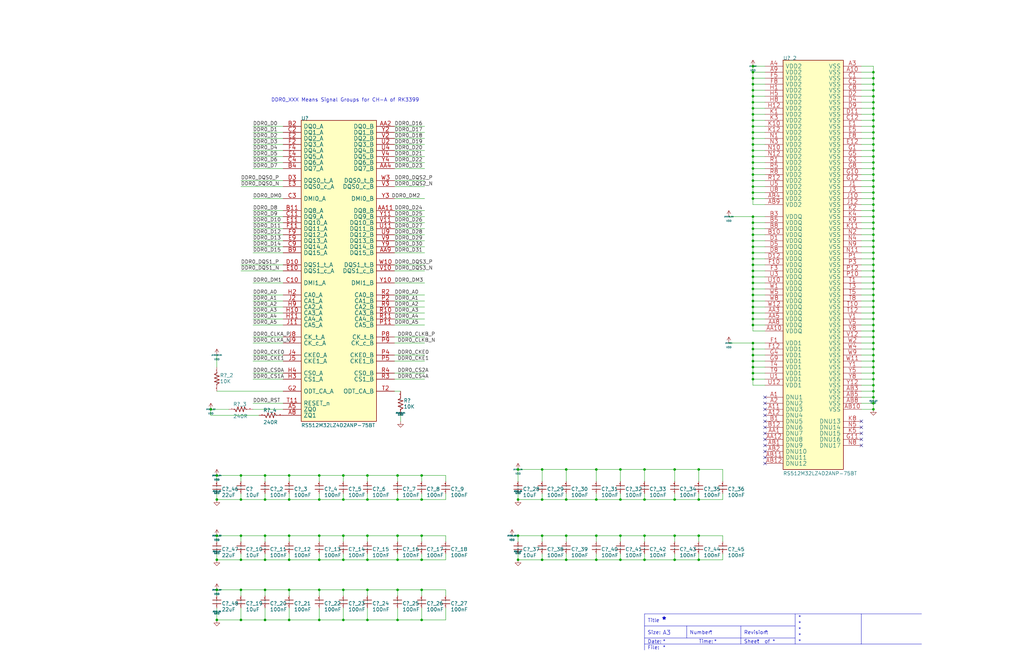
<source format=kicad_sch>
(kicad_sch (version 20230121) (generator eeschema)
  (paper "B")
  (title_block (title "Sheet1-SchDoc") (date "14 03 2023"))
  (junction (at 368.3 53.34))
  (junction (at 317.5 60.96))
  (junction (at 368.3 99.06))
  (junction (at 317.5 104.14))
  (junction (at 368.3 154.94))
  (junction (at 317.5 129.54))
  (junction (at 368.3 165.1))
  (junction (at 284.48 210.82))
  (junction (at 167.64 210.82))
  (junction (at 317.5 81.28))
  (junction (at 317.5 55.88))
  (junction (at 317.5 154.94))
  (junction (at 317.5 137.16))
  (junction (at 317.5 35.56))
  (junction (at 317.5 33.02))
  (junction (at 101.6 210.82))
  (junction (at 101.6 248.92))
  (junction (at 317.5 58.42))
  (junction (at 368.3 88.9))
  (junction (at 271.78 226.06))
  (junction (at 368.3 147.32))
  (junction (at 317.5 71.12))
  (junction (at 121.92 248.92))
  (junction (at 317.5 91.44))
  (junction (at 218.44 198.12))
  (junction (at 368.3 60.96))
  (junction (at 144.78 248.92))
  (junction (at 121.92 226.06))
  (junction (at 167.64 200.66))
  (junction (at 368.3 114.3))
  (junction (at 368.3 170.18))
  (junction (at 317.5 45.72))
  (junction (at 317.5 152.4))
  (junction (at 294.64 236.22))
  (junction (at 144.78 210.82))
  (junction (at 368.3 45.72))
  (junction (at 121.92 210.82))
  (junction (at 261.62 226.06))
  (junction (at 251.46 210.82))
  (junction (at 154.94 226.06))
  (junction (at 317.5 101.6))
  (junction (at 167.64 226.06))
  (junction (at 177.8 261.62))
  (junction (at 368.3 40.64))
  (junction (at 134.62 226.06))
  (junction (at 368.3 78.74))
  (junction (at 317.5 134.62))
  (junction (at 134.62 210.82))
  (junction (at 238.76 198.12))
  (junction (at 368.3 43.18))
  (junction (at 317.5 93.98))
  (junction (at 368.3 30.48))
  (junction (at 238.76 210.82))
  (junction (at 317.5 38.1))
  (junction (at 228.6 236.22))
  (junction (at 368.3 55.88))
  (junction (at 317.5 160.02))
  (junction (at 317.5 119.38))
  (junction (at 368.3 104.14))
  (junction (at 368.3 50.8))
  (junction (at 101.6 226.06))
  (junction (at 101.6 236.22))
  (junction (at 177.8 226.06))
  (junction (at 134.62 248.92))
  (junction (at 317.5 147.32))
  (junction (at 134.62 236.22))
  (junction (at 317.5 27.94))
  (junction (at 317.5 53.34))
  (junction (at 111.76 236.22))
  (junction (at 111.76 210.82))
  (junction (at 88.9 172.72))
  (junction (at 111.76 248.92))
  (junction (at 228.6 198.12))
  (junction (at 368.3 152.4))
  (junction (at 154.94 210.82))
  (junction (at 154.94 248.92))
  (junction (at 121.92 236.22))
  (junction (at 251.46 236.22))
  (junction (at 261.62 210.82))
  (junction (at 368.3 106.68))
  (junction (at 317.5 132.08))
  (junction (at 317.5 66.04))
  (junction (at 144.78 261.62))
  (junction (at 284.48 236.22))
  (junction (at 238.76 236.22))
  (junction (at 101.6 261.62))
  (junction (at 317.5 121.92))
  (junction (at 368.3 109.22))
  (junction (at 317.5 127))
  (junction (at 294.64 210.82))
  (junction (at 167.64 261.62))
  (junction (at 154.94 261.62))
  (junction (at 218.44 236.22))
  (junction (at 368.3 167.64))
  (junction (at 284.48 198.12))
  (junction (at 144.78 236.22))
  (junction (at 317.5 68.58))
  (junction (at 368.3 101.6))
  (junction (at 177.8 236.22))
  (junction (at 317.5 116.84))
  (junction (at 91.44 210.82))
  (junction (at 167.64 248.92))
  (junction (at 368.3 71.12))
  (junction (at 91.44 200.66))
  (junction (at 368.3 93.98))
  (junction (at 121.92 261.62))
  (junction (at 177.8 248.92))
  (junction (at 317.5 124.46))
  (junction (at 317.5 43.18))
  (junction (at 271.78 236.22))
  (junction (at 368.3 83.82))
  (junction (at 271.78 198.12))
  (junction (at 368.3 58.42))
  (junction (at 317.5 106.68))
  (junction (at 167.64 236.22))
  (junction (at 134.62 261.62))
  (junction (at 317.5 50.8))
  (junction (at 317.5 149.86))
  (junction (at 368.3 91.44))
  (junction (at 368.3 119.38))
  (junction (at 368.3 144.78))
  (junction (at 261.62 198.12))
  (junction (at 238.76 226.06))
  (junction (at 111.76 200.66))
  (junction (at 271.78 210.82))
  (junction (at 284.48 226.06))
  (junction (at 144.78 200.66))
  (junction (at 317.5 114.3))
  (junction (at 368.3 134.62))
  (junction (at 317.5 111.76))
  (junction (at 368.3 139.7))
  (junction (at 294.64 226.06))
  (junction (at 177.8 200.66))
  (junction (at 368.3 127))
  (junction (at 317.5 78.74))
  (junction (at 368.3 124.46))
  (junction (at 368.3 35.56))
  (junction (at 368.3 142.24))
  (junction (at 91.44 236.22))
  (junction (at 134.62 200.66))
  (junction (at 368.3 73.66))
  (junction (at 218.44 210.82))
  (junction (at 121.92 200.66))
  (junction (at 317.5 76.2))
  (junction (at 368.3 38.1))
  (junction (at 368.3 149.86))
  (junction (at 368.3 81.28))
  (junction (at 317.5 48.26))
  (junction (at 228.6 210.82))
  (junction (at 177.8 210.82))
  (junction (at 368.3 162.56))
  (junction (at 251.46 226.06))
  (junction (at 261.62 236.22))
  (junction (at 101.6 200.66))
  (junction (at 228.6 226.06))
  (junction (at 317.5 83.82))
  (junction (at 368.3 48.26))
  (junction (at 91.44 248.92))
  (junction (at 368.3 172.72))
  (junction (at 368.3 86.36))
  (junction (at 317.5 40.64))
  (junction (at 368.3 116.84))
  (junction (at 218.44 226.06))
  (junction (at 368.3 33.02))
  (junction (at 317.5 63.5))
  (junction (at 91.44 261.62))
  (junction (at 368.3 121.92))
  (junction (at 294.64 198.12))
  (junction (at 368.3 132.08))
  (junction (at 154.94 236.22))
  (junction (at 317.5 99.06))
  (junction (at 368.3 76.2))
  (junction (at 368.3 111.76))
  (junction (at 368.3 96.52))
  (junction (at 368.3 137.16))
  (junction (at 144.78 226.06))
  (junction (at 368.3 129.54))
  (junction (at 368.3 160.02))
  (junction (at 317.5 30.48))
  (junction (at 368.3 68.58))
  (junction (at 317.5 144.78))
  (junction (at 317.5 109.22))
  (junction (at 251.46 198.12))
  (junction (at 317.5 73.66))
  (junction (at 91.44 226.06))
  (junction (at 154.94 200.66))
  (junction (at 368.3 157.48))
  (junction (at 111.76 261.62))
  (junction (at 111.76 226.06))
  (junction (at 368.3 63.5))
  (junction (at 317.5 96.52))
  (junction (at 368.3 66.04))
  (junction (at 317.5 157.48))
  (no_connect (at 322.58 190.5))
  (no_connect (at 363.22 182.88))
  (no_connect (at 322.58 170.18))
  (no_connect (at 322.58 167.64))
  (no_connect (at 363.22 180.34))
  (no_connect (at 322.58 180.34))
  (no_connect (at 322.58 195.58))
  (no_connect (at 322.58 182.88))
  (no_connect (at 322.58 187.96))
  (no_connect (at 322.58 175.26))
  (no_connect (at 322.58 177.8))
  (no_connect (at 363.22 187.96))
  (no_connect (at 322.58 185.42))
  (no_connect (at 363.22 185.42))
  (no_connect (at 363.22 177.8))
  (no_connect (at 322.58 193.04))
  (no_connect (at 322.58 172.72))
  (wire (pts (xy 368.3 81.28) (xy 368.3 78.74)))
  (wire (pts (xy 91.44 236.22) (xy 91.44 233.68)))
  (wire (pts (xy 304.8 228.6) (xy 304.8 226.06)))
  (wire (pts (xy 166.37 96.52) (xy 179.07 96.52)))
  (wire (pts (xy 304.8 226.06) (xy 294.64 226.06)))
  (wire (pts (xy 322.58 66.04) (xy 317.5 66.04)))
  (wire (pts (xy 251.46 228.6) (xy 251.46 226.06)))
  (wire (pts (xy 106.68 60.96) (xy 119.38 60.96)))
  (wire (pts (xy 101.6 111.76) (xy 119.38 111.76)))
  (wire (pts (xy 363.22 132.08) (xy 368.3 132.08)))
  (wire (pts (xy 368.3 73.66) (xy 368.3 71.12)))
  (wire (pts (xy 271.78 226.06) (xy 261.62 226.06)))
  (wire (pts (xy 363.22 86.36) (xy 368.3 86.36)))
  (wire (pts (xy 111.76 226.06) (xy 101.6 226.06)))
  (wire (pts (xy 187.96 261.62) (xy 177.8 261.62)))
  (wire (pts (xy 322.58 162.56) (xy 317.5 162.56)))
  (wire (pts (xy 363.22 111.76) (xy 368.3 111.76)))
  (wire (pts (xy 166.37 142.24) (xy 179.07 142.24)))
  (wire (pts (xy 317.5 63.5) (xy 317.5 60.96)))
  (wire (pts (xy 106.68 160.02) (xy 119.38 160.02)))
  (wire (pts (xy 106.68 63.5) (xy 119.38 63.5)))
  (wire (pts (xy 294.64 208.28) (xy 294.64 210.82)))
  (wire (pts (xy 111.76 200.66) (xy 101.6 200.66)))
  (wire (pts (xy 368.3 121.92) (xy 368.3 119.38)))
  (wire (pts (xy 144.78 256.54) (xy 144.78 261.62)))
  (wire (pts (xy 251.46 208.28) (xy 251.46 210.82)))
  (wire (pts (xy 101.6 210.82) (xy 91.44 210.82)))
  (wire (pts (xy 106.68 142.24) (xy 119.38 142.24)))
  (wire (pts (xy 368.3 93.98) (xy 368.3 91.44)))
  (wire (pts (xy 167.64 233.68) (xy 167.64 236.22)))
  (wire (pts (xy 322.58 119.38) (xy 317.5 119.38)))
  (wire (pts (xy 106.68 170.18) (xy 119.38 170.18)))
  (wire (pts (xy 177.8 210.82) (xy 167.64 210.82)))
  (wire (pts (xy 154.94 233.68) (xy 154.94 236.22)))
  (wire (pts (xy 322.58 160.02) (xy 317.5 160.02)))
  (wire (pts (xy 238.76 210.82) (xy 228.6 210.82)))
  (wire (pts (xy 368.3 124.46) (xy 368.3 121.92)))
  (wire (pts (xy 368.3 109.22) (xy 368.3 106.68)))
  (wire (pts (xy 238.76 208.28) (xy 238.76 210.82)))
  (polyline (pts (xy 388.62 271.78) (xy 363.22 271.78)))
  (wire (pts (xy 167.64 256.54) (xy 167.64 261.62)))
  (wire (pts (xy 228.6 226.06) (xy 218.44 226.06)))
  (wire (pts (xy 166.37 104.14) (xy 179.07 104.14)))
  (wire (pts (xy 167.64 251.46) (xy 167.64 248.92)))
  (wire (pts (xy 294.64 198.12) (xy 284.48 198.12)))
  (wire (pts (xy 317.5 104.14) (xy 317.5 101.6)))
  (wire (pts (xy 91.44 210.82) (xy 91.44 208.28)))
  (wire (pts (xy 322.58 40.64) (xy 317.5 40.64)))
  (wire (pts (xy 363.22 137.16) (xy 368.3 137.16)))
  (wire (pts (xy 363.22 170.18) (xy 368.3 170.18)))
  (wire (pts (xy 317.5 160.02) (xy 317.5 157.48)))
  (wire (pts (xy 167.64 210.82) (xy 154.94 210.82)))
  (wire (pts (xy 228.6 203.2) (xy 228.6 198.12)))
  (wire (pts (xy 368.3 76.2) (xy 368.3 73.66)))
  (wire (pts (xy 106.68 137.16) (xy 119.38 137.16)))
  (wire (pts (xy 111.76 251.46) (xy 111.76 248.92)))
  (wire (pts (xy 363.22 114.3) (xy 368.3 114.3)))
  (polyline (pts (xy 271.78 271.78) (xy 363.22 271.78)))
  (polyline (pts (xy 335.28 271.78) (xy 335.28 259.08)))
  (wire (pts (xy 154.94 200.66) (xy 144.78 200.66)))
  (wire (pts (xy 317.5 35.56) (xy 317.5 33.02)))
  (wire (pts (xy 166.37 106.68) (xy 179.07 106.68)))
  (wire (pts (xy 317.5 93.98) (xy 317.5 91.44)))
  (wire (pts (xy 368.3 27.94) (xy 363.22 27.94)))
  (wire (pts (xy 177.8 251.46) (xy 177.8 248.92)))
  (wire (pts (xy 96.52 172.72) (xy 88.9 172.72)))
  (wire (pts (xy 218.44 236.22) (xy 218.44 233.68)))
  (wire (pts (xy 106.68 119.38) (xy 119.38 119.38)))
  (wire (pts (xy 322.58 76.2) (xy 317.5 76.2)))
  (wire (pts (xy 317.5 152.4) (xy 317.5 149.86)))
  (wire (pts (xy 363.22 121.92) (xy 368.3 121.92)))
  (wire (pts (xy 144.78 203.2) (xy 144.78 200.66)))
  (wire (pts (xy 363.22 48.26) (xy 368.3 48.26)))
  (polyline (pts (xy 289.56 269.24) (xy 289.56 264.16)))
  (wire (pts (xy 187.96 233.68) (xy 187.96 236.22)))
  (wire (pts (xy 166.37 157.48) (xy 179.07 157.48)))
  (wire (pts (xy 101.6 256.54) (xy 101.6 261.62)))
  (wire (pts (xy 368.3 91.44) (xy 368.3 88.9)))
  (wire (pts (xy 363.22 40.64) (xy 368.3 40.64)))
  (wire (pts (xy 187.96 256.54) (xy 187.96 261.62)))
  (wire (pts (xy 368.3 68.58) (xy 368.3 66.04)))
  (wire (pts (xy 166.37 55.88) (xy 179.07 55.88)))
  (wire (pts (xy 317.5 109.22) (xy 317.5 106.68)))
  (wire (pts (xy 317.5 55.88) (xy 317.5 53.34)))
  (wire (pts (xy 363.22 91.44) (xy 368.3 91.44)))
  (wire (pts (xy 368.3 134.62) (xy 368.3 132.08)))
  (wire (pts (xy 363.22 66.04) (xy 368.3 66.04)))
  (wire (pts (xy 322.58 81.28) (xy 317.5 81.28)))
  (wire (pts (xy 111.76 236.22) (xy 101.6 236.22)))
  (wire (pts (xy 101.6 203.2) (xy 101.6 200.66)))
  (wire (pts (xy 322.58 33.02) (xy 317.5 33.02)))
  (wire (pts (xy 177.8 233.68) (xy 177.8 236.22)))
  (wire (pts (xy 322.58 101.6) (xy 317.5 101.6)))
  (wire (pts (xy 317.5 78.74) (xy 317.5 76.2)))
  (wire (pts (xy 187.96 210.82) (xy 177.8 210.82)))
  (wire (pts (xy 218.44 228.6) (xy 218.44 226.06)))
  (wire (pts (xy 317.5 134.62) (xy 317.5 132.08)))
  (wire (pts (xy 111.76 228.6) (xy 111.76 226.06)))
  (wire (pts (xy 106.68 55.88) (xy 119.38 55.88)))
  (wire (pts (xy 106.68 88.9) (xy 119.38 88.9)))
  (wire (pts (xy 368.3 114.3) (xy 368.3 111.76)))
  (wire (pts (xy 317.5 60.96) (xy 317.5 58.42)))
  (wire (pts (xy 106.68 71.12) (xy 119.38 71.12)))
  (wire (pts (xy 187.96 248.92) (xy 177.8 248.92)))
  (wire (pts (xy 166.37 91.44) (xy 179.07 91.44)))
  (wire (pts (xy 91.44 154.94) (xy 91.44 149.86)))
  (wire (pts (xy 166.37 101.6) (xy 179.07 101.6)))
  (wire (pts (xy 134.62 203.2) (xy 134.62 200.66)))
  (wire (pts (xy 177.8 203.2) (xy 177.8 200.66)))
  (wire (pts (xy 368.3 45.72) (xy 368.3 43.18)))
  (wire (pts (xy 317.5 116.84) (xy 317.5 114.3)))
  (wire (pts (xy 154.94 203.2) (xy 154.94 200.66)))
  (wire (pts (xy 167.64 228.6) (xy 167.64 226.06)))
  (wire (pts (xy 368.3 104.14) (xy 368.3 101.6)))
  (wire (pts (xy 322.58 104.14) (xy 317.5 104.14)))
  (wire (pts (xy 304.8 210.82) (xy 294.64 210.82)))
  (wire (pts (xy 322.58 86.36) (xy 317.5 86.36)))
  (wire (pts (xy 106.68 172.72) (xy 119.38 172.72)))
  (wire (pts (xy 261.62 226.06) (xy 251.46 226.06)))
  (wire (pts (xy 322.58 124.46) (xy 317.5 124.46)))
  (wire (pts (xy 317.5 86.36) (xy 317.5 83.82)))
  (wire (pts (xy 322.58 154.94) (xy 317.5 154.94)))
  (wire (pts (xy 363.22 124.46) (xy 368.3 124.46)))
  (wire (pts (xy 368.3 66.04) (xy 368.3 63.5)))
  (wire (pts (xy 317.5 154.94) (xy 317.5 152.4)))
  (wire (pts (xy 304.8 236.22) (xy 294.64 236.22)))
  (wire (pts (xy 218.44 210.82) (xy 218.44 208.28)))
  (wire (pts (xy 363.22 38.1) (xy 368.3 38.1)))
  (wire (pts (xy 363.22 53.34) (xy 368.3 53.34)))
  (wire (pts (xy 134.62 200.66) (xy 121.92 200.66)))
  (wire (pts (xy 363.22 50.8) (xy 368.3 50.8)))
  (wire (pts (xy 106.68 134.62) (xy 119.38 134.62)))
  (wire (pts (xy 363.22 60.96) (xy 368.3 60.96)))
  (wire (pts (xy 238.76 236.22) (xy 228.6 236.22)))
  (wire (pts (xy 317.5 48.26) (xy 317.5 45.72)))
  (wire (pts (xy 363.22 35.56) (xy 368.3 35.56)))
  (wire (pts (xy 317.5 137.16) (xy 317.5 134.62)))
  (wire (pts (xy 294.64 236.22) (xy 284.48 236.22)))
  (wire (pts (xy 271.78 198.12) (xy 261.62 198.12)))
  (wire (pts (xy 322.58 43.18) (xy 317.5 43.18)))
  (wire (pts (xy 177.8 261.62) (xy 167.64 261.62)))
  (wire (pts (xy 317.5 132.08) (xy 317.5 129.54)))
  (wire (pts (xy 166.37 111.76) (xy 179.07 111.76)))
  (wire (pts (xy 91.44 248.92) (xy 91.44 251.46)))
  (wire (pts (xy 363.22 149.86) (xy 368.3 149.86)))
  (wire (pts (xy 363.22 142.24) (xy 368.3 142.24)))
  (wire (pts (xy 271.78 228.6) (xy 271.78 226.06)))
  (wire (pts (xy 368.3 167.64) (xy 368.3 165.1)))
  (wire (pts (xy 317.5 101.6) (xy 317.5 99.06)))
  (wire (pts (xy 91.44 261.62) (xy 91.44 256.54)))
  (wire (pts (xy 368.3 55.88) (xy 368.3 53.34)))
  (wire (pts (xy 317.5 71.12) (xy 317.5 68.58)))
  (wire (pts (xy 363.22 78.74) (xy 368.3 78.74)))
  (wire (pts (xy 111.76 256.54) (xy 111.76 261.62)))
  (wire (pts (xy 363.22 30.48) (xy 368.3 30.48)))
  (wire (pts (xy 88.9 175.26) (xy 109.22 175.26)))
  (wire (pts (xy 322.58 53.34) (xy 317.5 53.34)))
  (wire (pts (xy 121.92 261.62) (xy 111.76 261.62)))
  (wire (pts (xy 144.78 261.62) (xy 134.62 261.62)))
  (wire (pts (xy 121.92 251.46) (xy 121.92 248.92)))
  (wire (pts (xy 368.3 160.02) (xy 368.3 157.48)))
  (wire (pts (xy 317.5 76.2) (xy 317.5 73.66)))
  (wire (pts (xy 317.5 38.1) (xy 317.5 35.56)))
  (wire (pts (xy 134.62 251.46) (xy 134.62 248.92)))
  (wire (pts (xy 368.3 83.82) (xy 368.3 81.28)))
  (wire (pts (xy 317.5 124.46) (xy 317.5 121.92)))
  (wire (pts (xy 187.96 228.6) (xy 187.96 226.06)))
  (wire (pts (xy 154.94 236.22) (xy 144.78 236.22)))
  (wire (pts (xy 322.58 50.8) (xy 317.5 50.8)))
  (wire (pts (xy 251.46 236.22) (xy 238.76 236.22)))
  (wire (pts (xy 166.37 78.74) (xy 179.07 78.74)))
  (wire (pts (xy 368.3 129.54) (xy 368.3 127)))
  (wire (pts (xy 368.3 147.32) (xy 368.3 144.78)))
  (wire (pts (xy 177.8 208.28) (xy 177.8 210.82)))
  (wire (pts (xy 144.78 208.28) (xy 144.78 210.82)))
  (wire (pts (xy 363.22 172.72) (xy 368.3 172.72)))
  (wire (pts (xy 251.46 203.2) (xy 251.46 198.12)))
  (wire (pts (xy 368.3 58.42) (xy 368.3 55.88)))
  (wire (pts (xy 368.3 106.68) (xy 368.3 104.14)))
  (wire (pts (xy 368.3 96.52) (xy 368.3 93.98)))
  (wire (pts (xy 368.3 50.8) (xy 368.3 48.26)))
  (wire (pts (xy 368.3 154.94) (xy 368.3 152.4)))
  (wire (pts (xy 166.37 71.12) (xy 179.07 71.12)))
  (wire (pts (xy 167.64 261.62) (xy 154.94 261.62)))
  (wire (pts (xy 363.22 96.52) (xy 368.3 96.52)))
  (wire (pts (xy 363.22 162.56) (xy 368.3 162.56)))
  (wire (pts (xy 121.92 200.66) (xy 111.76 200.66)))
  (wire (pts (xy 154.94 256.54) (xy 154.94 261.62)))
  (wire (pts (xy 304.8 203.2) (xy 304.8 198.12)))
  (wire (pts (xy 187.96 236.22) (xy 177.8 236.22)))
  (wire (pts (xy 284.48 203.2) (xy 284.48 198.12)))
  (wire (pts (xy 154.94 226.06) (xy 144.78 226.06)))
  (wire (pts (xy 166.37 129.54) (xy 179.07 129.54)))
  (wire (pts (xy 121.92 203.2) (xy 121.92 200.66)))
  (wire (pts (xy 166.37 127) (xy 179.07 127)))
  (wire (pts (xy 166.37 149.86) (xy 179.07 149.86)))
  (wire (pts (xy 317.5 45.72) (xy 317.5 43.18)))
  (wire (pts (xy 167.64 200.66) (xy 154.94 200.66)))
  (wire (pts (xy 166.37 93.98) (xy 179.07 93.98)))
  (wire (pts (xy 134.62 236.22) (xy 121.92 236.22)))
  (wire (pts (xy 363.22 81.28) (xy 368.3 81.28)))
  (wire (pts (xy 166.37 137.16) (xy 179.07 137.16)))
  (wire (pts (xy 322.58 132.08) (xy 317.5 132.08)))
  (wire (pts (xy 238.76 203.2) (xy 238.76 198.12)))
  (wire (pts (xy 218.44 226.06) (xy 215.9 226.06)))
  (wire (pts (xy 322.58 68.58) (xy 317.5 68.58)))
  (wire (pts (xy 317.5 50.8) (xy 317.5 48.26)))
  (wire (pts (xy 154.94 228.6) (xy 154.94 226.06)))
  (wire (pts (xy 106.68 127) (xy 119.38 127)))
  (wire (pts (xy 177.8 256.54) (xy 177.8 261.62)))
  (wire (pts (xy 363.22 45.72) (xy 368.3 45.72)))
  (wire (pts (xy 368.3 86.36) (xy 368.3 83.82)))
  (wire (pts (xy 238.76 226.06) (xy 228.6 226.06)))
  (wire (pts (xy 322.58 147.32) (xy 317.5 147.32)))
  (wire (pts (xy 187.96 200.66) (xy 177.8 200.66)))
  (wire (pts (xy 368.3 30.48) (xy 368.3 27.94)))
  (wire (pts (xy 322.58 58.42) (xy 317.5 58.42)))
  (wire (pts (xy 363.22 144.78) (xy 368.3 144.78)))
  (wire (pts (xy 144.78 236.22) (xy 134.62 236.22)))
  (wire (pts (xy 317.5 96.52) (xy 317.5 93.98)))
  (wire (pts (xy 251.46 233.68) (xy 251.46 236.22)))
  (wire (pts (xy 144.78 210.82) (xy 134.62 210.82)))
  (wire (pts (xy 284.48 233.68) (xy 284.48 236.22)))
  (wire (pts (xy 284.48 208.28) (xy 284.48 210.82)))
  (wire (pts (xy 368.3 157.48) (xy 368.3 154.94)))
  (wire (pts (xy 368.3 127) (xy 368.3 124.46)))
  (wire (pts (xy 322.58 63.5) (xy 317.5 63.5)))
  (wire (pts (xy 261.62 208.28) (xy 261.62 210.82)))
  (wire (pts (xy 322.58 35.56) (xy 317.5 35.56)))
  (wire (pts (xy 322.58 73.66) (xy 317.5 73.66)))
  (wire (pts (xy 106.68 152.4) (xy 119.38 152.4)))
  (wire (pts (xy 363.22 106.68) (xy 368.3 106.68)))
  (wire (pts (xy 317.5 139.7) (xy 317.5 137.16)))
  (wire (pts (xy 363.22 165.1) (xy 368.3 165.1)))
  (wire (pts (xy 363.22 58.42) (xy 368.3 58.42)))
  (wire (pts (xy 106.68 68.58) (xy 119.38 68.58)))
  (wire (pts (xy 368.3 162.56) (xy 368.3 160.02)))
  (wire (pts (xy 317.5 111.76) (xy 317.5 109.22)))
  (wire (pts (xy 177.8 248.92) (xy 167.64 248.92)))
  (wire (pts (xy 317.5 30.48) (xy 317.5 27.94)))
  (wire (pts (xy 106.68 96.52) (xy 119.38 96.52)))
  (wire (pts (xy 121.92 233.68) (xy 121.92 236.22)))
  (wire (pts (xy 106.68 101.6) (xy 119.38 101.6)))
  (wire (pts (xy 368.3 88.9) (xy 368.3 86.36)))
  (wire (pts (xy 111.76 248.92) (xy 101.6 248.92)))
  (wire (pts (xy 187.96 208.28) (xy 187.96 210.82)))
  (polyline (pts (xy 363.22 271.78) (xy 363.22 259.08)))
  (wire (pts (xy 322.58 45.72) (xy 317.5 45.72)))
  (wire (pts (xy 368.3 165.1) (xy 368.3 162.56)))
  (wire (pts (xy 322.58 139.7) (xy 317.5 139.7)))
  (wire (pts (xy 261.62 203.2) (xy 261.62 198.12)))
  (wire (pts (xy 166.37 114.3) (xy 179.07 114.3)))
  (wire (pts (xy 251.46 226.06) (xy 238.76 226.06)))
  (wire (pts (xy 363.22 68.58) (xy 368.3 68.58)))
  (wire (pts (xy 238.76 198.12) (xy 228.6 198.12)))
  (wire (pts (xy 363.22 127) (xy 368.3 127)))
  (wire (pts (xy 166.37 119.38) (xy 179.07 119.38)))
  (wire (pts (xy 304.8 208.28) (xy 304.8 210.82)))
  (wire (pts (xy 284.48 236.22) (xy 271.78 236.22)))
  (wire (pts (xy 187.96 251.46) (xy 187.96 248.92)))
  (wire (pts (xy 363.22 152.4) (xy 368.3 152.4)))
  (wire (pts (xy 317.5 129.54) (xy 317.5 127)))
  (wire (pts (xy 134.62 261.62) (xy 121.92 261.62)))
  (wire (pts (xy 368.3 48.26) (xy 368.3 45.72)))
  (wire (pts (xy 322.58 137.16) (xy 317.5 137.16)))
  (wire (pts (xy 368.3 170.18) (xy 368.3 167.64)))
  (wire (pts (xy 121.92 228.6) (xy 121.92 226.06)))
  (wire (pts (xy 368.3 71.12) (xy 368.3 68.58)))
  (wire (pts (xy 368.3 35.56) (xy 368.3 33.02)))
  (wire (pts (xy 121.92 256.54) (xy 121.92 261.62)))
  (wire (pts (xy 322.58 83.82) (xy 317.5 83.82)))
  (wire (pts (xy 134.62 226.06) (xy 121.92 226.06)))
  (wire (pts (xy 238.76 228.6) (xy 238.76 226.06)))
  (wire (pts (xy 317.5 144.78) (xy 307.34 144.78)))
  (wire (pts (xy 317.5 114.3) (xy 317.5 111.76)))
  (wire (pts (xy 284.48 210.82) (xy 271.78 210.82)))
  (wire (pts (xy 144.78 233.68) (xy 144.78 236.22)))
  (wire (pts (xy 317.5 91.44) (xy 322.58 91.44)))
  (wire (pts (xy 251.46 210.82) (xy 238.76 210.82)))
  (wire (pts (xy 111.76 210.82) (xy 101.6 210.82)))
  (wire (pts (xy 317.5 99.06) (xy 317.5 96.52)))
  (wire (pts (xy 166.37 134.62) (xy 179.07 134.62)))
  (wire (pts (xy 317.5 40.64) (xy 317.5 38.1)))
  (wire (pts (xy 101.6 208.28) (xy 101.6 210.82)))
  (wire (pts (xy 261.62 198.12) (xy 251.46 198.12)))
  (wire (pts (xy 368.3 53.34) (xy 368.3 50.8)))
  (wire (pts (xy 166.37 58.42) (xy 179.07 58.42)))
  (wire (pts (xy 294.64 233.68) (xy 294.64 236.22)))
  (wire (pts (xy 101.6 248.92) (xy 91.44 248.92)))
  (wire (pts (xy 317.5 119.38) (xy 317.5 116.84)))
  (wire (pts (xy 368.3 172.72) (xy 368.3 170.18)))
  (wire (pts (xy 368.3 142.24) (xy 368.3 139.7)))
  (wire (pts (xy 106.68 124.46) (xy 119.38 124.46)))
  (wire (pts (xy 363.22 101.6) (xy 368.3 101.6)))
  (wire (pts (xy 363.22 73.66) (xy 368.3 73.66)))
  (wire (pts (xy 294.64 210.82) (xy 284.48 210.82)))
  (wire (pts (xy 91.44 226.06) (xy 91.44 228.6)))
  (polyline (pts (xy 335.28 269.24) (xy 271.78 269.24)))
  (wire (pts (xy 101.6 261.62) (xy 91.44 261.62)))
  (wire (pts (xy 187.96 226.06) (xy 177.8 226.06)))
  (wire (pts (xy 322.58 38.1) (xy 317.5 38.1)))
  (wire (pts (xy 228.6 228.6) (xy 228.6 226.06)))
  (wire (pts (xy 363.22 109.22) (xy 368.3 109.22)))
  (wire (pts (xy 363.22 119.38) (xy 368.3 119.38)))
  (wire (pts (xy 101.6 226.06) (xy 91.44 226.06)))
  (wire (pts (xy 106.68 93.98) (xy 119.38 93.98)))
  (wire (pts (xy 368.3 119.38) (xy 368.3 116.84)))
  (wire (pts (xy 363.22 93.98) (xy 368.3 93.98)))
  (wire (pts (xy 322.58 121.92) (xy 317.5 121.92)))
  (wire (pts (xy 363.22 83.82) (xy 368.3 83.82)))
  (wire (pts (xy 363.22 167.64) (xy 368.3 167.64)))
  (wire (pts (xy 271.78 236.22) (xy 261.62 236.22)))
  (wire (pts (xy 166.37 160.02) (xy 179.07 160.02)))
  (polyline (pts (xy 271.78 259.08) (xy 363.22 259.08)))
  (wire (pts (xy 368.3 33.02) (xy 368.3 30.48)))
  (wire (pts (xy 317.5 149.86) (xy 317.5 147.32)))
  (wire (pts (xy 368.3 78.74) (xy 368.3 76.2)))
  (wire (pts (xy 166.37 63.5) (xy 179.07 63.5)))
  (wire (pts (xy 261.62 210.82) (xy 251.46 210.82)))
  (wire (pts (xy 317.5 162.56) (xy 317.5 160.02)))
  (wire (pts (xy 304.8 233.68) (xy 304.8 236.22)))
  (wire (pts (xy 134.62 256.54) (xy 134.62 261.62)))
  (wire (pts (xy 121.92 248.92) (xy 111.76 248.92)))
  (wire (pts (xy 368.3 38.1) (xy 368.3 35.56)))
  (wire (pts (xy 177.8 200.66) (xy 167.64 200.66)))
  (wire (pts (xy 322.58 129.54) (xy 317.5 129.54)))
  (wire (pts (xy 106.68 132.08) (xy 119.38 132.08)))
  (wire (pts (xy 228.6 236.22) (xy 218.44 236.22)))
  (wire (pts (xy 368.3 152.4) (xy 368.3 149.86)))
  (wire (pts (xy 144.78 226.06) (xy 134.62 226.06)))
  (wire (pts (xy 166.37 66.04) (xy 179.07 66.04)))
  (wire (pts (xy 177.8 236.22) (xy 167.64 236.22)))
  (wire (pts (xy 363.22 129.54) (xy 368.3 129.54)))
  (wire (pts (xy 368.3 149.86) (xy 368.3 147.32)))
  (wire (pts (xy 101.6 114.3) (xy 119.38 114.3)))
  (wire (pts (xy 368.3 116.84) (xy 368.3 114.3)))
  (wire (pts (xy 101.6 76.2) (xy 119.38 76.2)))
  (wire (pts (xy 322.58 30.48) (xy 317.5 30.48)))
  (wire (pts (xy 106.68 83.82) (xy 119.38 83.82)))
  (wire (pts (xy 167.64 208.28) (xy 167.64 210.82)))
  (wire (pts (xy 294.64 226.06) (xy 284.48 226.06)))
  (wire (pts (xy 154.94 251.46) (xy 154.94 248.92)))
  (wire (pts (xy 322.58 48.26) (xy 317.5 48.26)))
  (wire (pts (xy 317.5 68.58) (xy 317.5 66.04)))
  (wire (pts (xy 363.22 33.02) (xy 368.3 33.02)))
  (wire (pts (xy 101.6 78.74) (xy 119.38 78.74)))
  (wire (pts (xy 322.58 116.84) (xy 317.5 116.84)))
  (wire (pts (xy 166.37 88.9) (xy 179.07 88.9)))
  (wire (pts (xy 154.94 248.92) (xy 144.78 248.92)))
  (wire (pts (xy 363.22 43.18) (xy 368.3 43.18)))
  (wire (pts (xy 167.64 248.92) (xy 154.94 248.92)))
  (wire (pts (xy 368.3 60.96) (xy 368.3 58.42)))
  (polyline (pts (xy 363.22 259.08) (xy 388.62 259.08)))
  (wire (pts (xy 317.5 81.28) (xy 317.5 78.74)))
  (wire (pts (xy 317.5 147.32) (xy 317.5 144.78)))
  (polyline (pts (xy 271.78 274.32) (xy 271.78 259.08)))
  (wire (pts (xy 363.22 147.32) (xy 368.3 147.32)))
  (wire (pts (xy 106.68 53.34) (xy 119.38 53.34)))
  (wire (pts (xy 317.5 43.18) (xy 317.5 40.64)))
  (wire (pts (xy 317.5 157.48) (xy 317.5 154.94)))
  (wire (pts (xy 228.6 208.28) (xy 228.6 210.82)))
  (wire (pts (xy 187.96 203.2) (xy 187.96 200.66)))
  (wire (pts (xy 166.37 165.1) (xy 168.91 165.1)))
  (wire (pts (xy 134.62 228.6) (xy 134.62 226.06)))
  (polyline (pts (xy 335.28 264.16) (xy 271.78 264.16)))
  (wire (pts (xy 368.3 132.08) (xy 368.3 129.54)))
  (wire (pts (xy 363.22 154.94) (xy 368.3 154.94)))
  (wire (pts (xy 317.5 127) (xy 317.5 124.46)))
  (wire (pts (xy 284.48 226.06) (xy 271.78 226.06)))
  (wire (pts (xy 271.78 210.82) (xy 261.62 210.82)))
  (wire (pts (xy 317.5 66.04) (xy 317.5 63.5)))
  (wire (pts (xy 106.68 129.54) (xy 119.38 129.54)))
  (wire (pts (xy 317.5 58.42) (xy 317.5 55.88)))
  (wire (pts (xy 88.9 172.72) (xy 88.9 175.26)))
  (wire (pts (xy 322.58 96.52) (xy 317.5 96.52)))
  (wire (pts (xy 228.6 210.82) (xy 218.44 210.82)))
  (wire (pts (xy 322.58 127) (xy 317.5 127)))
  (wire (pts (xy 368.3 144.78) (xy 368.3 142.24)))
  (wire (pts (xy 261.62 228.6) (xy 261.62 226.06)))
  (wire (pts (xy 307.34 91.44) (xy 317.5 91.44)))
  (wire (pts (xy 368.3 43.18) (xy 368.3 40.64)))
  (wire (pts (xy 101.6 236.22) (xy 91.44 236.22)))
  (wire (pts (xy 368.3 101.6) (xy 368.3 99.06)))
  (wire (pts (xy 363.22 157.48) (xy 368.3 157.48)))
  (wire (pts (xy 304.8 198.12) (xy 294.64 198.12)))
  (wire (pts (xy 271.78 203.2) (xy 271.78 198.12)))
  (wire (pts (xy 363.22 99.06) (xy 368.3 99.06)))
  (wire (pts (xy 368.3 40.64) (xy 368.3 38.1)))
  (wire (pts (xy 106.68 104.14) (xy 119.38 104.14)))
  (wire (pts (xy 106.68 144.78) (xy 119.38 144.78)))
  (wire (pts (xy 134.62 208.28) (xy 134.62 210.82)))
  (wire (pts (xy 154.94 261.62) (xy 144.78 261.62)))
  (wire (pts (xy 322.58 109.22) (xy 317.5 109.22)))
  (wire (pts (xy 101.6 228.6) (xy 101.6 226.06)))
  (wire (pts (xy 322.58 157.48) (xy 317.5 157.48)))
  (wire (pts (xy 322.58 93.98) (xy 317.5 93.98)))
  (polyline (pts (xy 312.42 271.78) (xy 312.42 264.16)))
  (wire (pts (xy 363.22 63.5) (xy 368.3 63.5)))
  (wire (pts (xy 121.92 208.28) (xy 121.92 210.82)))
  (wire (pts (xy 363.22 116.84) (xy 368.3 116.84)))
  (wire (pts (xy 166.37 124.46) (xy 179.07 124.46)))
  (wire (pts (xy 368.3 63.5) (xy 368.3 60.96)))
  (wire (pts (xy 363.22 71.12) (xy 368.3 71.12)))
  (wire (pts (xy 166.37 68.58) (xy 179.07 68.58)))
  (wire (pts (xy 106.68 58.42) (xy 119.38 58.42)))
  (wire (pts (xy 101.6 251.46) (xy 101.6 248.92)))
  (wire (pts (xy 368.3 139.7) (xy 368.3 137.16)))
  (wire (pts (xy 317.5 121.92) (xy 317.5 119.38)))
  (wire (pts (xy 238.76 233.68) (xy 238.76 236.22)))
  (wire (pts (xy 121.92 226.06) (xy 111.76 226.06)))
  (wire (pts (xy 368.3 99.06) (xy 368.3 96.52)))
  (wire (pts (xy 134.62 233.68) (xy 134.62 236.22)))
  (wire (pts (xy 322.58 134.62) (xy 317.5 134.62)))
  (wire (pts (xy 111.76 233.68) (xy 111.76 236.22)))
  (wire (pts (xy 106.68 157.48) (xy 119.38 157.48)))
  (wire (pts (xy 322.58 152.4) (xy 317.5 152.4)))
  (wire (pts (xy 363.22 55.88) (xy 368.3 55.88)))
  (wire (pts (xy 106.68 99.06) (xy 119.38 99.06)))
  (wire (pts (xy 271.78 233.68) (xy 271.78 236.22)))
  (wire (pts (xy 106.68 66.04) (xy 119.38 66.04)))
  (wire (pts (xy 271.78 208.28) (xy 271.78 210.82)))
  (wire (pts (xy 111.76 261.62) (xy 101.6 261.62)))
  (wire (pts (xy 363.22 139.7) (xy 368.3 139.7)))
  (wire (pts (xy 167.64 226.06) (xy 154.94 226.06)))
  (wire (pts (xy 121.92 210.82) (xy 111.76 210.82)))
  (wire (pts (xy 322.58 149.86) (xy 317.5 149.86)))
  (wire (pts (xy 134.62 210.82) (xy 121.92 210.82)))
  (wire (pts (xy 144.78 200.66) (xy 134.62 200.66)))
  (wire (pts (xy 317.5 73.66) (xy 317.5 71.12)))
  (wire (pts (xy 167.64 236.22) (xy 154.94 236.22)))
  (wire (pts (xy 166.37 76.2) (xy 179.07 76.2)))
  (wire (pts (xy 317.5 33.02) (xy 317.5 30.48)))
  (wire (pts (xy 294.64 228.6) (xy 294.64 226.06)))
  (wire (pts (xy 154.94 210.82) (xy 144.78 210.82)))
  (wire (pts (xy 261.62 233.68) (xy 261.62 236.22)))
  (wire (pts (xy 154.94 208.28) (xy 154.94 210.82)))
  (wire (pts (xy 261.62 236.22) (xy 251.46 236.22)))
  (wire (pts (xy 106.68 149.86) (xy 119.38 149.86)))
  (wire (pts (xy 144.78 251.46) (xy 144.78 248.92)))
  (wire (pts (xy 166.37 60.96) (xy 179.07 60.96)))
  (wire (pts (xy 284.48 198.12) (xy 271.78 198.12)))
  (wire (pts (xy 322.58 114.3) (xy 317.5 114.3)))
  (wire (pts (xy 322.58 106.68) (xy 317.5 106.68)))
  (wire (pts (xy 121.92 236.22) (xy 111.76 236.22)))
  (wire (pts (xy 166.37 132.08) (xy 179.07 132.08)))
  (wire (pts (xy 317.5 53.34) (xy 317.5 50.8)))
  (wire (pts (xy 363.22 104.14) (xy 368.3 104.14)))
  (wire (pts (xy 294.64 203.2) (xy 294.64 198.12)))
  (wire (pts (xy 322.58 55.88) (xy 317.5 55.88)))
  (wire (pts (xy 322.58 71.12) (xy 317.5 71.12)))
  (wire (pts (xy 134.62 248.92) (xy 121.92 248.92)))
  (wire (pts (xy 111.76 203.2) (xy 111.76 200.66)))
  (wire (pts (xy 91.44 200.66) (xy 91.44 203.2)))
  (wire (pts (xy 368.3 137.16) (xy 368.3 134.62)))
  (wire (pts (xy 363.22 76.2) (xy 368.3 76.2)))
  (wire (pts (xy 218.44 198.12) (xy 218.44 203.2)))
  (wire (pts (xy 322.58 60.96) (xy 317.5 60.96)))
  (wire (pts (xy 363.22 88.9) (xy 368.3 88.9)))
  (wire (pts (xy 368.3 111.76) (xy 368.3 109.22)))
  (wire (pts (xy 177.8 228.6) (xy 177.8 226.06)))
  (wire (pts (xy 144.78 248.92) (xy 134.62 248.92)))
  (wire (pts (xy 168.91 175.26) (xy 168.91 177.8)))
  (wire (pts (xy 284.48 228.6) (xy 284.48 226.06)))
  (wire (pts (xy 317.5 83.82) (xy 317.5 81.28)))
  (wire (pts (xy 166.37 144.78) (xy 179.07 144.78)))
  (wire (pts (xy 167.64 203.2) (xy 167.64 200.66)))
  (wire (pts (xy 101.6 200.66) (xy 91.44 200.66)))
  (wire (pts (xy 322.58 111.76) (xy 317.5 111.76)))
  (wire (pts (xy 119.38 165.1) (xy 91.44 165.1)))
  (wire (pts (xy 166.37 152.4) (xy 179.07 152.4)))
  (wire (pts (xy 322.58 78.74) (xy 317.5 78.74)))
  (wire (pts (xy 317.5 106.68) (xy 317.5 104.14)))
  (wire (pts (xy 106.68 91.44) (xy 119.38 91.44)))
  (wire (pts (xy 177.8 226.06) (xy 167.64 226.06)))
  (wire (pts (xy 322.58 99.06) (xy 317.5 99.06)))
  (wire (pts (xy 101.6 233.68) (xy 101.6 236.22)))
  (wire (pts (xy 363.22 134.62) (xy 368.3 134.62)))
  (wire (pts (xy 166.37 83.82) (xy 179.07 83.82)))
  (wire (pts (xy 251.46 198.12) (xy 238.76 198.12)))
  (wire (pts (xy 317.5 27.94) (xy 322.58 27.94)))
  (wire (pts (xy 317.5 144.78) (xy 322.58 144.78)))
  (wire (pts (xy 166.37 99.06) (xy 179.07 99.06)))
  (wire (pts (xy 144.78 228.6) (xy 144.78 226.06)))
  (wire (pts (xy 228.6 233.68) (xy 228.6 236.22)))
  (wire (pts (xy 166.37 53.34) (xy 179.07 53.34)))
  (wire (pts (xy 111.76 208.28) (xy 111.76 210.82)))
  (wire (pts (xy 363.22 160.02) (xy 368.3 160.02)))
  (wire (pts (xy 228.6 198.12) (xy 218.44 198.12)))
  (wire (pts (xy 106.68 106.68) (xy 119.38 106.68)))
  (text "of" (at 322.326 271.78 0) (effects (font (size 1.524 1.524)) (justify left bottom)))
  (text "Time:" (at 294.64 271.78 0) (effects (font (size 1.524 1.524)) (justify left bottom)))
  (text "*" (at 336.55 269.24 0) (effects (font (size 1.524 1.524)) (justify left bottom)))
  (text "*" (at 336.55 264.16 0) (effects (font (size 1.524 1.524)) (justify left bottom)))
  (text "A3" (at 279.4 268.224 0) (effects (font (size 1.8288 1.8288)) (justify left bottom)))
  (text "*" (at 325.628 271.78 0) (effects (font (size 1.524 1.524)) (justify left bottom)))
  (text "Title" (at 273.05 262.89 0) (effects (font (size 1.524 1.524)) (justify left bottom)))
  (text "*" (at 319.024 271.78 0) (effects (font (size 1.524 1.524)) (justify left bottom)))
  (text "*" (at 298.958 268.224 0) (effects (font (size 1.8288 1.8288)) (justify left bottom)))
  (text "Revision:" (at 313.69 267.97 0) (effects (font (size 1.524 1.524)) (justify left bottom)))
  (text "*" (at 336.55 266.7 0) (effects (font (size 1.524 1.524)) (justify left bottom)))
  (text "*" (at 278.892 263.144 0) (effects (font (size 2.286 2.286) (thickness 0.4572) bold) (justify left bottom)))
  (text "Sheet" (at 313.69 271.78 0) (effects (font (size 1.524 1.524)) (justify left bottom)))
  (text "*" (at 336.55 271.78 0) (effects (font (size 1.524 1.524)) (justify left bottom)))
  (text "Date:" (at 273.05 271.78 0) (effects (font (size 1.524 1.524)) (justify left bottom)))
  (text "*" (at 336.55 261.62 0) (effects (font (size 1.524 1.524)) (justify left bottom)))
  (text "*" (at 279.4 271.78 0) (effects (font (size 1.524 1.524)) (justify left bottom)))
  (text "Number:" (at 290.83 267.97 0) (effects (font (size 1.524 1.524)) (justify left bottom)))
  (text "DDR0_XXX Means Signal Groups for CH-A of RK3399" (at 114.3 43.18 0) (effects (font (size 1.524 1.524)) (justify left bottom)))
  (text "File:" (at 273.05 274.32 0) (effects (font (size 1.524 1.524)) (justify left bottom)))
  (text "*" (at 279.4 274.32 0) (effects (font (size 1.524 1.524)) (justify left bottom)))
  (text "*" (at 322.326 268.224 0) (effects (font (size 1.8288 1.8288)) (justify left bottom)))
  (text "Size:" (at 273.05 267.97 0) (effects (font (size 1.524 1.524)) (justify left bottom)))
  (text "*" (at 300.99 271.78 0) (effects (font (size 1.524 1.524)) (justify left bottom)))
  (label "DDR0_D23" (at 166.37 71.12 0) (effects (font (size 1.524 1.524))))
  (label "DDR0_D14" (at 106.68 104.14 0) (effects (font (size 1.524 1.524))))
  (label "DDR0_D28" (at 166.37 99.06 0) (effects (font (size 1.524 1.524))))
  (label "DDR0_A2" (at 166.37 129.54 0) (effects (font (size 1.524 1.524))))
  (label "DDR0_DQS2_N" (at 166.37 78.74 0) (effects (font (size 1.524 1.524))))
  (label "DDR0_D20" (at 166.37 63.5 0) (effects (font (size 1.524 1.524))))
  (label "DDR0_DM3" (at 166.37 119.38 0) (effects (font (size 1.524 1.524))))
  (label "DDR0_A3" (at 166.37 132.08 0) (effects (font (size 1.524 1.524))))
  (label "DDR0_A4" (at 166.37 134.62 0) (effects (font (size 1.524 1.524))))
  (label "DDR0_CKE1" (at 106.68 152.4 0) (effects (font (size 1.524 1.524))))
  (label "DDR0_A1" (at 106.68 127 0) (effects (font (size 1.524 1.524))))
  (label "DDR0_CS1A" (at 106.68 160.02 0) (effects (font (size 1.524 1.524))))
  (label "DDR0_D15" (at 106.68 106.68 0) (effects (font (size 1.524 1.524))))
  (label "DDR0_D22" (at 166.37 68.58 0) (effects (font (size 1.524 1.524))))
  (label "DDR0_D13" (at 106.68 101.6 0) (effects (font (size 1.524 1.524))))
  (label "DDR0_A0" (at 106.68 124.46 0) (effects (font (size 1.524 1.524))))
  (label "DDR0_CLKB_N" (at 167.64 144.78 0) (effects (font (size 1.524 1.524))))
  (label "DDR0_A4" (at 106.68 134.62 0) (effects (font (size 1.524 1.524))))
  (label "DDR0_CKE0" (at 106.68 149.86 0) (effects (font (size 1.524 1.524))))
  (label "DDR0_D17" (at 166.37 55.88 0) (effects (font (size 1.524 1.524))))
  (label "DDR0_DQS0_P" (at 101.6 76.2 0) (effects (font (size 1.524 1.524))))
  (label "DDR0_CS2A" (at 167.64 157.48 0) (effects (font (size 1.524 1.524))))
  (label "DDR0_D4" (at 106.68 63.5 0) (effects (font (size 1.524 1.524))))
  (label "DDR0_A2" (at 106.68 129.54 0) (effects (font (size 1.524 1.524))))
  (label "DDR0_CKE0" (at 167.64 149.86 0) (effects (font (size 1.524 1.524))))
  (label "DDR0_D8" (at 106.68 88.9 0) (effects (font (size 1.524 1.524))))
  (label "DDR0_A0" (at 166.37 124.46 0) (effects (font (size 1.524 1.524))))
  (label "DDR0_D10" (at 106.68 93.98 0) (effects (font (size 1.524 1.524))))
  (label "DDR0_D26" (at 166.37 93.98 0) (effects (font (size 1.524 1.524))))
  (label "DDR0_D12" (at 106.68 99.06 0) (effects (font (size 1.524 1.524))))
  (label "DDR0_DQS2_P" (at 166.37 76.2 0) (effects (font (size 1.524 1.524))))
  (label "DDR0_DQS3_P" (at 166.37 111.76 0) (effects (font (size 1.524 1.524))))
  (label "DDR0_CLKA_N" (at 106.68 144.78 0) (effects (font (size 1.524 1.524))))
  (label "DDR0_D24" (at 166.37 88.9 0) (effects (font (size 1.524 1.524))))
  (label "DDR0_D1" (at 106.68 55.88 0) (effects (font (size 1.524 1.524))))
  (label "DDR0_CLKB_P" (at 167.64 142.24 0) (effects (font (size 1.524 1.524))))
  (label "DDR0_D19" (at 166.37 60.96 0) (effects (font (size 1.524 1.524))))
  (label "DDR0_RST" (at 106.68 170.18 0) (effects (font (size 1.524 1.524))))
  (label "DDR0_D25" (at 166.37 91.44 0) (effects (font (size 1.524 1.524))))
  (label "DDR0_CS4A" (at 167.64 160.02 0) (effects (font (size 1.524 1.524))))
  (label "DDR0_D7" (at 106.68 71.12 0) (effects (font (size 1.524 1.524))))
  (label "DDR0_D29" (at 166.37 101.6 0) (effects (font (size 1.524 1.524))))
  (label "DDR0_CLKA_P" (at 106.68 142.24 0) (effects (font (size 1.524 1.524))))
  (label "DDR0_D6" (at 106.68 68.58 0) (effects (font (size 1.524 1.524))))
  (label "DDR0_DM1" (at 106.68 119.38 0) (effects (font (size 1.524 1.524))))
  (label "DDR0_D21" (at 166.37 66.04 0) (effects (font (size 1.524 1.524))))
  (label "DDR0_D27" (at 166.37 96.52 0) (effects (font (size 1.524 1.524))))
  (label "DDR0_D30" (at 166.37 104.14 0) (effects (font (size 1.524 1.524))))
  (label "DDR0_CKE1" (at 167.64 152.4 0) (effects (font (size 1.524 1.524))))
  (label "DDR0_DQS0_N" (at 101.6 78.74 0) (effects (font (size 1.524 1.524))))
  (label "DDR0_D5" (at 106.68 66.04 0) (effects (font (size 1.524 1.524))))
  (label "DDR0_A5" (at 106.68 137.16 0) (effects (font (size 1.524 1.524))))
  (label "DDR0_D3" (at 106.68 60.96 0) (effects (font (size 1.524 1.524))))
  (label "DDR0_D18" (at 166.37 58.42 0) (effects (font (size 1.524 1.524))))
  (label "DDR0_A5" (at 166.37 137.16 0) (effects (font (size 1.524 1.524))))
  (label "DDR0_A3" (at 106.68 132.08 0) (effects (font (size 1.524 1.524))))
  (label "DDR0_DM0" (at 106.68 83.82 0) (effects (font (size 1.524 1.524))))
  (label "DDR0_CS0A" (at 106.68 157.48 0) (effects (font (size 1.524 1.524))))
  (label "DDR0_D9" (at 106.68 91.44 0) (effects (font (size 1.524 1.524))))
  (label "DDR0_DQS1_P" (at 101.6 111.76 0) (effects (font (size 1.524 1.524))))
  (label "DDR0_D11" (at 106.68 96.52 0) (effects (font (size 1.524 1.524))))
  (label "DDR0_D2" (at 106.68 58.42 0) (effects (font (size 1.524 1.524))))
  (label "DDR0_A1" (at 166.37 127 0) (effects (font (size 1.524 1.524))))
  (label "DDR0_DQS1_N" (at 101.6 114.3 0) (effects (font (size 1.524 1.524))))
  (label "DDR0_DQS3_N" (at 166.37 114.3 0) (effects (font (size 1.524 1.524))))
  (label "DDR0_D16" (at 166.37 53.34 0) (effects (font (size 1.524 1.524))))
  (label "DDR0_DM2" (at 165.1 83.82 0) (effects (font (size 1.524 1.524))))
  (label "DDR0_D31" (at 166.37 106.68 0) (effects (font (size 1.524 1.524))))
  (label "DDR0_D0" (at 106.68 53.34 0) (effects (font (size 1.524 1.524))))
  (symbol (lib_id "Sheet1-SchDoc-rescue:CAP_100nF-25V-10%-0201-") (at 121.92 205.74 90) (unit 1)
    (property "Reference" "C?_3" (at 123.952 207.264 90) (effects (font (size 1.524 1.524)) (justify right top)))
    (property "Value" "100nF" (at 123.952 209.804 90) (effects (font (size 1.524 1.524)) (justify right top)))
  )
  (symbol (lib_id "Sheet1-SchDoc-rescue:CAP_100nF-25V-10%-0201-") (at 111.76 205.74 90) (unit 1)
    (property "Reference" "C?_2" (at 113.792 207.264 90) (effects (font (size 1.524 1.524)) (justify right top)))
    (property "Value" "100nF" (at 113.792 209.804 90) (effects (font (size 1.524 1.524)) (justify right top)))
  )
  (symbol (lib_id "Sheet1-SchDoc-rescue:CAP_10uF-10V-10%-0603-") (at 101.6 205.74 90) (unit 1)
    (property "Reference" "C?" (at 103.632 207.264 90) (effects (font (size 1.524 1.524)) (justify right top)))
    (property "Value" "10uF" (at 103.632 209.804 90) (effects (font (size 1.524 1.524)) (justify right top)))
  )
  (symbol (lib_id "Sheet1-SchDoc-rescue:RES_240R-0.05W-1%-0201-") (at 109.22 175.26 0) (unit 1)
    (property "Reference" "R?_4" (at 110.998 173.99 0) (effects (font (size 1.524 1.524)) (justify left bottom)))
    (property "Value" "240R" (at 110.998 179.07 0) (effects (font (size 1.524 1.524)) (justify left bottom)))
  )
  (symbol (lib_id "Sheet1-SchDoc-rescue:CAP_22uF-10V-20%-0603-") (at 91.44 254 90) (unit 1)
    (property "Reference" "C?_48" (at 93.472 255.524 90) (effects (font (size 1.524 1.524)) (justify right top)))
    (property "Value" "22uF" (at 93.472 258.064 90) (effects (font (size 1.524 1.524)) (justify right top)))
  )
  (symbol (lib_id "Sheet1-SchDoc-rescue:CAP_22uF-10V-20%-0603-") (at 91.44 231.14 90) (unit 1)
    (property "Reference" "C?_47" (at 93.472 232.664 90) (effects (font (size 1.524 1.524)) (justify right top)))
    (property "Value" "22uF" (at 93.472 235.204 90) (effects (font (size 1.524 1.524)) (justify right top)))
  )
  (symbol (lib_id "Sheet1-SchDoc-rescue:CAP_22uF-10V-20%-0603-") (at 91.44 205.74 90) (unit 1)
    (property "Reference" "C?_46" (at 93.472 207.264 90) (effects (font (size 1.524 1.524)) (justify right top)))
    (property "Value" "22uF" (at 93.472 209.804 90) (effects (font (size 1.524 1.524)) (justify right top)))
  )
  (symbol (lib_id "Sheet1-SchDoc-rescue:CAP_100nF-25V-10%-0201-") (at 304.8 231.14 90) (unit 1)
    (property "Reference" "C?_45" (at 306.832 232.664 90) (effects (font (size 1.524 1.524)) (justify right top)))
    (property "Value" "100nF" (at 306.832 235.204 90) (effects (font (size 1.524 1.524)) (justify right top)))
  )
  (symbol (lib_id "Sheet1-SchDoc-rescue:CAP_100nF-25V-10%-0201-") (at 294.64 231.14 90) (unit 1)
    (property "Reference" "C?_44" (at 296.672 232.664 90) (effects (font (size 1.524 1.524)) (justify right top)))
    (property "Value" "100nF" (at 296.672 235.204 90) (effects (font (size 1.524 1.524)) (justify right top)))
  )
  (symbol (lib_id "Sheet1-SchDoc-rescue:RES_240R-0.05W-1%-0201-") (at 96.52 172.72 0) (unit 1)
    (property "Reference" "R?_3" (at 98.298 171.45 0) (effects (font (size 1.524 1.524)) (justify left bottom)))
    (property "Value" "240R" (at 98.298 176.53 0) (effects (font (size 1.524 1.524)) (justify left bottom)))
  )
  (symbol (lib_id "Sheet1-SchDoc-rescue:CAP_100nF-25V-10%-0201-") (at 284.48 231.14 90) (unit 1)
    (property "Reference" "C?_43" (at 286.512 232.664 90) (effects (font (size 1.524 1.524)) (justify right top)))
    (property "Value" "100nF" (at 286.512 235.204 90) (effects (font (size 1.524 1.524)) (justify right top)))
  )
  (symbol (lib_id "Sheet1-SchDoc-rescue:CAP_100nF-25V-10%-0201-") (at 271.78 231.14 90) (unit 1)
    (property "Reference" "C?_42" (at 273.812 232.664 90) (effects (font (size 1.524 1.524)) (justify right top)))
    (property "Value" "100nF" (at 273.812 235.204 90) (effects (font (size 1.524 1.524)) (justify right top)))
  )
  (symbol (lib_id "Sheet1-SchDoc-rescue:CAP_100nF-25V-10%-0201-") (at 261.62 231.14 90) (unit 1)
    (property "Reference" "C?_41" (at 263.652 232.664 90) (effects (font (size 1.524 1.524)) (justify right top)))
    (property "Value" "100nF" (at 263.652 235.204 90) (effects (font (size 1.524 1.524)) (justify right top)))
  )
  (symbol (lib_id "Sheet1-SchDoc-rescue:CAP_100nF-25V-10%-0201-") (at 251.46 231.14 90) (unit 1)
    (property "Reference" "C?_40" (at 253.492 232.664 90) (effects (font (size 1.524 1.524)) (justify right top)))
    (property "Value" "100nF" (at 253.492 235.204 90) (effects (font (size 1.524 1.524)) (justify right top)))
  )
  (symbol (lib_id "Sheet1-SchDoc-rescue:CAP_100nF-25V-10%-0201-") (at 238.76 231.14 90) (unit 1)
    (property "Reference" "C?_39" (at 240.792 232.664 90) (effects (font (size 1.524 1.524)) (justify right top)))
    (property "Value" "100nF" (at 240.792 235.204 90) (effects (font (size 1.524 1.524)) (justify right top)))
  )
  (symbol (lib_id "Sheet1-SchDoc-rescue:CAP_100nF-25V-10%-0201-") (at 228.6 231.14 90) (unit 1)
    (property "Reference" "C?_38" (at 230.632 232.664 90) (effects (font (size 1.524 1.524)) (justify right top)))
    (property "Value" "100nF" (at 230.632 235.204 90) (effects (font (size 1.524 1.524)) (justify right top)))
  )
  (symbol (lib_id "Sheet1-SchDoc-rescue:CAP_10uF-10V-10%-0603-") (at 218.44 231.14 90) (unit 1)
    (property "Reference" "C?_37" (at 220.472 232.664 90) (effects (font (size 1.524 1.524)) (justify right top)))
    (property "Value" "10uF" (at 220.472 235.204 90) (effects (font (size 1.524 1.524)) (justify right top)))
  )
  (symbol (lib_id "Sheet1-SchDoc-rescue:CAP_100nF-25V-10%-0201-") (at 304.8 205.74 90) (unit 1)
    (property "Reference" "C?_36" (at 306.832 207.264 90) (effects (font (size 1.524 1.524)) (justify right top)))
    (property "Value" "100nF" (at 306.832 209.804 90) (effects (font (size 1.524 1.524)) (justify right top)))
  )
  (symbol (lib_id "Sheet1-SchDoc-rescue:CAP_100nF-25V-10%-0201-") (at 294.64 205.74 90) (unit 1)
    (property "Reference" "C?_35" (at 296.672 207.264 90) (effects (font (size 1.524 1.524)) (justify right top)))
    (property "Value" "100nF" (at 296.672 209.804 90) (effects (font (size 1.524 1.524)) (justify right top)))
  )
  (symbol (lib_id "Sheet1-SchDoc-rescue:CAP_100nF-25V-10%-0201-") (at 284.48 205.74 90) (unit 1)
    (property "Reference" "C?_34" (at 286.512 207.264 90) (effects (font (size 1.524 1.524)) (justify right top)))
    (property "Value" "100nF" (at 286.512 209.804 90) (effects (font (size 1.524 1.524)) (justify right top)))
  )
  (symbol (lib_id "Sheet1-SchDoc-rescue:RES_10K-0.05W-1%-0201-") (at 91.44 154.94 270) (unit 1)
    (property "Reference" "R?_2" (at 92.71 159.258 90) (effects (font (size 1.524 1.524)) (justify left bottom)))
    (property "Value" "10K" (at 92.71 161.798 90) (effects (font (size 1.524 1.524)) (justify left bottom)))
  )
  (symbol (lib_id "Sheet1-SchDoc-rescue:CAP_100nF-25V-10%-0201-") (at 271.78 205.74 90) (unit 1)
    (property "Reference" "C?_33" (at 273.812 207.264 90) (effects (font (size 1.524 1.524)) (justify right top)))
    (property "Value" "100nF" (at 273.812 209.804 90) (effects (font (size 1.524 1.524)) (justify right top)))
  )
  (symbol (lib_id "Sheet1-SchDoc-rescue:CAP_100nF-25V-10%-0201-") (at 261.62 205.74 90) (unit 1)
    (property "Reference" "C?_32" (at 263.652 207.264 90) (effects (font (size 1.524 1.524)) (justify right top)))
    (property "Value" "100nF" (at 263.652 209.804 90) (effects (font (size 1.524 1.524)) (justify right top)))
  )
  (symbol (lib_id "Sheet1-SchDoc-rescue:CAP_100nF-25V-10%-0201-") (at 251.46 205.74 90) (unit 1)
    (property "Reference" "C?_31" (at 253.492 207.264 90) (effects (font (size 1.524 1.524)) (justify right top)))
    (property "Value" "100nF" (at 253.492 209.804 90) (effects (font (size 1.524 1.524)) (justify right top)))
  )
  (symbol (lib_id "Sheet1-SchDoc-rescue:CAP_100nF-25V-10%-0201-") (at 238.76 205.74 90) (unit 1)
    (property "Reference" "C?_30" (at 240.792 207.264 90) (effects (font (size 1.524 1.524)) (justify right top)))
    (property "Value" "100nF" (at 240.792 209.804 90) (effects (font (size 1.524 1.524)) (justify right top)))
  )
  (symbol (lib_id "Sheet1-SchDoc-rescue:CAP_100nF-25V-10%-0201-") (at 228.6 205.74 90) (unit 1)
    (property "Reference" "C?_29" (at 230.632 207.264 90) (effects (font (size 1.524 1.524)) (justify right top)))
    (property "Value" "100nF" (at 230.632 209.804 90) (effects (font (size 1.524 1.524)) (justify right top)))
  )
  (symbol (lib_id "Sheet1-SchDoc-rescue:CAP_10uF-10V-10%-0603-") (at 218.44 205.74 90) (unit 1)
    (property "Reference" "C?_28" (at 220.472 207.264 90) (effects (font (size 1.524 1.524)) (justify right top)))
    (property "Value" "10uF" (at 220.472 209.804 90) (effects (font (size 1.524 1.524)) (justify right top)))
  )
  (symbol (lib_id "Sheet1-SchDoc-rescue:CAP_100nF-25V-10%-0201-") (at 187.96 254 90) (unit 1)
    (property "Reference" "C?_27" (at 189.992 255.524 90) (effects (font (size 1.524 1.524)) (justify right top)))
    (property "Value" "100nF" (at 189.992 258.064 90) (effects (font (size 1.524 1.524)) (justify right top)))
  )
  (symbol (lib_id "Sheet1-SchDoc-rescue:CAP_100nF-25V-10%-0201-") (at 177.8 254 90) (unit 1)
    (property "Reference" "C?_26" (at 179.832 255.524 90) (effects (font (size 1.524 1.524)) (justify right top)))
    (property "Value" "100nF" (at 179.832 258.064 90) (effects (font (size 1.524 1.524)) (justify right top)))
  )
  (symbol (lib_id "Sheet1-SchDoc-rescue:CAP_100nF-25V-10%-0201-") (at 167.64 254 90) (unit 1)
    (property "Reference" "C?_25" (at 169.672 255.524 90) (effects (font (size 1.524 1.524)) (justify right top)))
    (property "Value" "100nF" (at 169.672 258.064 90) (effects (font (size 1.524 1.524)) (justify right top)))
  )
  (symbol (lib_id "Sheet1-SchDoc-rescue:CAP_100nF-25V-10%-0201-") (at 154.94 254 90) (unit 1)
    (property "Reference" "C?_24" (at 156.972 255.524 90) (effects (font (size 1.524 1.524)) (justify right top)))
    (property "Value" "100nF" (at 156.972 258.064 90) (effects (font (size 1.524 1.524)) (justify right top)))
  )
  (symbol (lib_id "Sheet1-SchDoc-rescue:RES_10K-0.05W-1%-0201-") (at 168.91 175.26 90) (unit 1)
    (property "Reference" "R?" (at 170.18 169.926 90) (effects (font (size 1.524 1.524)) (justify right top)))
    (property "Value" "10K" (at 170.18 172.466 90) (effects (font (size 1.524 1.524)) (justify right top)))
  )
  (symbol (lib_id "Sheet1-SchDoc-rescue:CAP_100nF-25V-10%-0201-") (at 144.78 254 90) (unit 1)
    (property "Reference" "C?_23" (at 146.812 255.524 90) (effects (font (size 1.524 1.524)) (justify right top)))
    (property "Value" "100nF" (at 146.812 258.064 90) (effects (font (size 1.524 1.524)) (justify right top)))
  )
  (symbol (lib_id "Sheet1-SchDoc-rescue:CAP_100nF-25V-10%-0201-") (at 134.62 254 90) (unit 1)
    (property "Reference" "C?_22" (at 136.652 255.524 90) (effects (font (size 1.524 1.524)) (justify right top)))
    (property "Value" "100nF" (at 136.652 258.064 90) (effects (font (size 1.524 1.524)) (justify right top)))
  )
  (symbol (lib_id "Sheet1-SchDoc-rescue:CAP_100nF-25V-10%-0201-") (at 121.92 254 90) (unit 1)
    (property "Reference" "C?_21" (at 123.952 255.524 90) (effects (font (size 1.524 1.524)) (justify right top)))
    (property "Value" "100nF" (at 123.952 258.064 90) (effects (font (size 1.524 1.524)) (justify right top)))
  )
  (symbol (lib_id "Sheet1-SchDoc-rescue:CAP_100nF-25V-10%-0201-") (at 111.76 254 90) (unit 1)
    (property "Reference" "C?_20" (at 113.792 255.524 90) (effects (font (size 1.524 1.524)) (justify right top)))
    (property "Value" "100nF" (at 113.792 258.064 90) (effects (font (size 1.524 1.524)) (justify right top)))
  )
  (symbol (lib_id "Sheet1-SchDoc-rescue:CAP_10uF-10V-10%-0603-") (at 101.6 254 90) (unit 1)
    (property "Reference" "C?_19" (at 103.632 255.524 90) (effects (font (size 1.524 1.524)) (justify right top)))
    (property "Value" "10uF" (at 103.632 258.064 90) (effects (font (size 1.524 1.524)) (justify right top)))
  )
  (symbol (lib_id "Sheet1-SchDoc-rescue:CAP_100nF-25V-10%-0201-") (at 187.96 231.14 90) (unit 1)
    (property "Reference" "C?_18" (at 189.992 232.664 90) (effects (font (size 1.524 1.524)) (justify right top)))
    (property "Value" "100nF" (at 189.992 235.204 90) (effects (font (size 1.524 1.524)) (justify right top)))
  )
  (symbol (lib_id "Sheet1-SchDoc-rescue:CAP_100nF-25V-10%-0201-") (at 177.8 231.14 90) (unit 1)
    (property "Reference" "C?_17" (at 179.832 232.664 90) (effects (font (size 1.524 1.524)) (justify right top)))
    (property "Value" "100nF" (at 179.832 235.204 90) (effects (font (size 1.524 1.524)) (justify right top)))
  )
  (symbol (lib_id "Sheet1-SchDoc-rescue:CAP_100nF-25V-10%-0201-") (at 167.64 231.14 90) (unit 1)
    (property "Reference" "C?_16" (at 169.672 232.664 90) (effects (font (size 1.524 1.524)) (justify right top)))
    (property "Value" "100nF" (at 169.672 235.204 90) (effects (font (size 1.524 1.524)) (justify right top)))
  )
  (symbol (lib_id "Sheet1-SchDoc-rescue:CAP_100nF-25V-10%-0201-") (at 154.94 231.14 90) (unit 1)
    (property "Reference" "C?_15" (at 156.972 232.664 90) (effects (font (size 1.524 1.524)) (justify right top)))
    (property "Value" "100nF" (at 156.972 235.204 90) (effects (font (size 1.524 1.524)) (justify right top)))
  )
  (symbol (lib_id "Sheet1-SchDoc-rescue:CAP_100nF-25V-10%-0201-") (at 144.78 231.14 90) (unit 1)
    (property "Reference" "C?_14" (at 146.812 232.664 90) (effects (font (size 1.524 1.524)) (justify right top)))
    (property "Value" "100nF" (at 146.812 235.204 90) (effects (font (size 1.524 1.524)) (justify right top)))
  )
  (symbol (lib_id "Sheet1-SchDoc-rescue:IC_RS512M32LZ4D2ANP-75BT_2-") (at 330.2 25.4 0) (unit 1)
    (property "Reference" "U?_2" (at 330.2 25.4 0) (effects (font (size 1.524 1.524)) (justify left bottom)))
    (property "Value" "RS512M32LZ4D2ANP-75BT" (at 330.2 200.66 0) (effects (font (size 1.524 1.524)) (justify left bottom)))
  )
  (symbol (lib_id "Sheet1-SchDoc-rescue:CAP_100nF-25V-10%-0201-") (at 134.62 231.14 90) (unit 1)
    (property "Reference" "C?_13" (at 136.652 232.664 90) (effects (font (size 1.524 1.524)) (justify right top)))
    (property "Value" "100nF" (at 136.652 235.204 90) (effects (font (size 1.524 1.524)) (justify right top)))
  )
  (symbol (lib_id "Sheet1-SchDoc-rescue:CAP_100nF-25V-10%-0201-") (at 121.92 231.14 90) (unit 1)
    (property "Reference" "C?_12" (at 123.952 232.664 90) (effects (font (size 1.524 1.524)) (justify right top)))
    (property "Value" "100nF" (at 123.952 235.204 90) (effects (font (size 1.524 1.524)) (justify right top)))
  )
  (symbol (lib_id "Sheet1-SchDoc-rescue:CAP_100nF-25V-10%-0201-") (at 111.76 231.14 90) (unit 1)
    (property "Reference" "C?_11" (at 113.792 232.664 90) (effects (font (size 1.524 1.524)) (justify right top)))
    (property "Value" "100nF" (at 113.792 235.204 90) (effects (font (size 1.524 1.524)) (justify right top)))
  )
  (symbol (lib_id "Sheet1-SchDoc-rescue:CAP_10uF-10V-10%-0603-") (at 101.6 231.14 90) (unit 1)
    (property "Reference" "C?_10" (at 103.632 232.664 90) (effects (font (size 1.524 1.524)) (justify right top)))
    (property "Value" "10uF" (at 103.632 235.204 90) (effects (font (size 1.524 1.524)) (justify right top)))
  )
  (symbol (lib_id "Sheet1-SchDoc-rescue:CAP_100nF-25V-10%-0201-") (at 187.96 205.74 90) (unit 1)
    (property "Reference" "C?_9" (at 189.992 207.264 90) (effects (font (size 1.524 1.524)) (justify right top)))
    (property "Value" "100nF" (at 189.992 209.804 90) (effects (font (size 1.524 1.524)) (justify right top)))
  )
  (symbol (lib_id "Sheet1-SchDoc-rescue:CAP_100nF-25V-10%-0201-") (at 177.8 205.74 90) (unit 1)
    (property "Reference" "C?_8" (at 179.832 207.264 90) (effects (font (size 1.524 1.524)) (justify right top)))
    (property "Value" "100nF" (at 179.832 209.804 90) (effects (font (size 1.524 1.524)) (justify right top)))
  )
  (symbol (lib_id "Sheet1-SchDoc-rescue:CAP_100nF-25V-10%-0201-") (at 167.64 205.74 90) (unit 1)
    (property "Reference" "C?_7" (at 169.672 207.264 90) (effects (font (size 1.524 1.524)) (justify right top)))
    (property "Value" "100nF" (at 169.672 209.804 90) (effects (font (size 1.524 1.524)) (justify right top)))
  )
  (symbol (lib_id "Sheet1-SchDoc-rescue:CAP_100nF-25V-10%-0201-") (at 154.94 205.74 90) (unit 1)
    (property "Reference" "C?_6" (at 156.972 207.264 90) (effects (font (size 1.524 1.524)) (justify right top)))
    (property "Value" "100nF" (at 156.972 209.804 90) (effects (font (size 1.524 1.524)) (justify right top)))
  )
  (symbol (lib_id "Sheet1-SchDoc-rescue:CAP_100nF-25V-10%-0201-") (at 144.78 205.74 90) (unit 1)
    (property "Reference" "C?_5" (at 146.812 207.264 90) (effects (font (size 1.524 1.524)) (justify right top)))
    (property "Value" "100nF" (at 146.812 209.804 90) (effects (font (size 1.524 1.524)) (justify right top)))
  )
  (symbol (lib_id "Sheet1-SchDoc-rescue:CAP_100nF-25V-10%-0201-") (at 134.62 205.74 90) (unit 1)
    (property "Reference" "C?_4" (at 136.652 207.264 90) (effects (font (size 1.524 1.524)) (justify right top)))
    (property "Value" "100nF" (at 136.652 209.804 90) (effects (font (size 1.524 1.524)) (justify right top)))
  )
  (symbol (lib_id "Sheet1-SchDoc-rescue:IC_RS512M32LZ4D2ANP-75BT_1-") (at 127 50.8 0) (unit 1)
    (property "Reference" "U?" (at 127 50.8 0) (effects (font (size 1.524 1.524)) (justify left bottom)))
    (property "Value" "RS512M32LZ4D2ANP-75BT" (at 127 180.34 0) (effects (font (size 1.524 1.524)) (justify left bottom)))
  )
  (symbol (lib_id "power:GND") (at 218.44 236.22 0) (unit 1)
    (property "Reference" "#GND_07" (at 218.44 232.664 0) (effects (font (size 0.508 0.508))))
    (property "Value" "GND" (at 218.44 233.426 0) (effects (font (size 0.762 0.762))))
  )
  (symbol (lib_id "power:GND") (at 218.44 210.82 0) (unit 1)
    (property "Reference" "#GND_06" (at 218.44 207.264 0) (effects (font (size 0.508 0.508))))
    (property "Value" "GND" (at 218.44 208.026 0) (effects (font (size 0.762 0.762))))
  )
  (symbol (lib_id "power:GND") (at 91.44 261.62 0) (unit 1)
    (property "Reference" "#GND_05" (at 91.44 258.064 0) (effects (font (size 0.508 0.508))))
    (property "Value" "GND" (at 91.44 258.826 0) (effects (font (size 0.762 0.762))))
  )
  (symbol (lib_id "power:GND") (at 91.44 236.22 0) (unit 1)
    (property "Reference" "#GND_04" (at 91.44 232.664 0) (effects (font (size 0.508 0.508))))
    (property "Value" "GND" (at 91.44 233.426 0) (effects (font (size 0.762 0.762))))
  )
  (symbol (lib_id "power:GND") (at 91.44 210.82 0) (unit 1)
    (property "Reference" "#GND_03" (at 91.44 207.264 0) (effects (font (size 0.508 0.508))))
    (property "Value" "GND" (at 91.44 208.026 0) (effects (font (size 0.762 0.762))))
  )
  (symbol (lib_id "power:VDD") (at 215.9 226.06 0) (unit 1)
    (property "Reference" "#VDD1_03" (at 215.9 226.06 0) (effects (font (size 0.508 0.508))))
    (property "Value" "VDD" (at 215.9 227.838 0) (effects (font (size 0.762 0.762))))
  )
  (symbol (lib_id "power:VDD") (at 218.44 198.12 0) (unit 1)
    (property "Reference" "#VDDQ_05" (at 218.44 198.12 0) (effects (font (size 0.508 0.508))))
    (property "Value" "VDD" (at 218.44 199.898 0) (effects (font (size 0.762 0.762))))
  )
  (symbol (lib_id "power:VDD") (at 91.44 248.92 0) (unit 1)
    (property "Reference" "#VDD2_02" (at 91.44 248.92 0) (effects (font (size 0.508 0.508))))
    (property "Value" "VDD" (at 91.44 250.698 0) (effects (font (size 0.762 0.762))))
  )
  (symbol (lib_id "power:VDD") (at 91.44 226.06 0) (unit 1)
    (property "Reference" "#VDD1_02" (at 91.44 226.06 0) (effects (font (size 0.508 0.508))))
    (property "Value" "VDD" (at 91.44 227.838 0) (effects (font (size 0.762 0.762))))
  )
  (symbol (lib_id "power:VDD") (at 91.44 200.66 0) (unit 1)
    (property "Reference" "#VDDQ_04" (at 91.44 200.66 0) (effects (font (size 0.508 0.508))))
    (property "Value" "VDD" (at 91.44 202.438 0) (effects (font (size 0.762 0.762))))
  )
  (symbol (lib_id "power:VDD") (at 307.34 144.78 0) (unit 1)
    (property "Reference" "#VDD01" (at 307.34 144.78 0) (effects (font (size 0.508 0.508))))
    (property "Value" "VDD" (at 307.34 146.558 0) (effects (font (size 0.762 0.762))))
  )
  (symbol (lib_id "power:VDD") (at 307.34 91.44 0) (unit 1)
    (property "Reference" "#VDDQ_03" (at 307.34 91.44 0) (effects (font (size 0.508 0.508))))
    (property "Value" "VDD" (at 307.34 93.218 0) (effects (font (size 0.762 0.762))))
  )
  (symbol (lib_id "power:VDD") (at 317.5 27.94 0) (unit 1)
    (property "Reference" "#VDD02" (at 317.5 27.94 0) (effects (font (size 0.508 0.508))))
    (property "Value" "VDD" (at 317.5 29.718 0) (effects (font (size 0.762 0.762))))
  )
  (symbol (lib_id "power:GND") (at 368.3 172.72 0) (unit 1)
    (property "Reference" "#GND_02" (at 368.3 169.164 0) (effects (font (size 0.508 0.508))))
    (property "Value" "GND" (at 368.3 169.926 0) (effects (font (size 0.762 0.762))))
  )
  (symbol (lib_id "power:VDD") (at 88.9 172.72 0) (unit 1)
    (property "Reference" "#VDDQ_02" (at 88.9 172.72 0) (effects (font (size 0.508 0.508))))
    (property "Value" "VDD" (at 88.9 174.498 0) (effects (font (size 0.762 0.762))))
  )
  (symbol (lib_id "power:VDD") (at 91.44 149.86 0) (unit 1)
    (property "Reference" "#VDDQ0101" (at 91.44 149.86 0) (effects (font (size 0.508 0.508))))
    (property "Value" "VDD" (at 91.44 151.638 0) (effects (font (size 0.762 0.762))))
  )
  (symbol (lib_id "power:GND") (at 168.91 177.8 0) (unit 1)
    (property "Reference" "#GND0101" (at 168.91 174.244 0) (effects (font (size 0.508 0.508))))
    (property "Value" "GND" (at 168.91 175.006 0) (effects (font (size 0.762 0.762))))
  )
)
</source>
